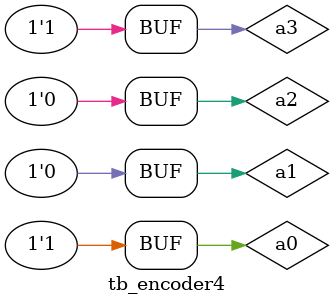
<source format=v>
`timescale 1ns/1ps
module tb_encoder4;
    reg     a0;
	 reg     a1;
	 reg     a2;
	 reg     a3;
    wire    y0;
	 wire    y1;

    encoder4 u0(a0,a1,a2,a3,y0,y1);

    initial begin
        #00 {a3,a2,a1,a0}=4'b0001;
        #20 {a3,a2,a1,a0}=4'b0010;
        #20 {a3,a2,a1,a0}=4'b0100;
        #20 {a3,a2,a1,a0}=4'b1000;
        #20 {a3,a2,a1,a0}=4'b1001;
		  #20;
    end 
	initial begin
   $monitor("%t| a3 = %d| a2 = %d| a1 = %d| a0 = %d| y1 = %d| y0 = %d", 
   $time, a3, a2, a1, a0, y1, y0); 
  end
endmodule
</source>
